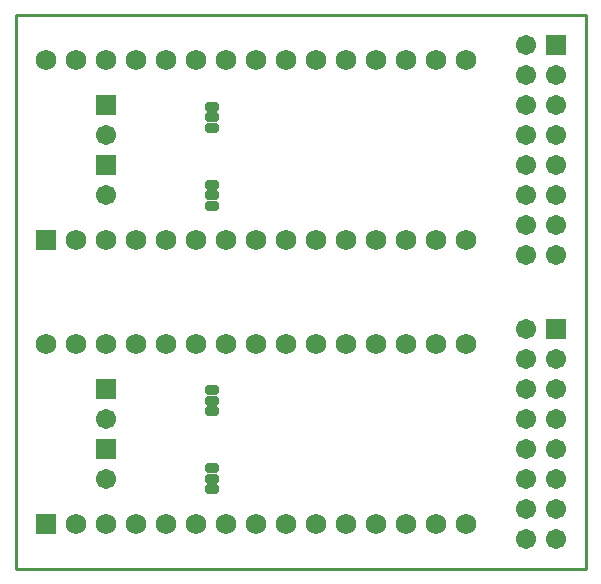
<source format=gbs>
%FSDAX24Y24*%
%MOMM*%
%SFA1B1*%

%IPPOS*%
%AMD34*
4,1,8,-0.601980,0.160020,-0.601980,-0.160020,-0.337820,-0.424180,0.337820,-0.424180,0.601980,-0.160020,0.601980,0.160020,0.337820,0.424180,-0.337820,0.424180,-0.601980,0.160020,0.0*
1,1,0.526000,-0.337820,0.160020*
1,1,0.526000,-0.337820,-0.160020*
1,1,0.526000,0.337820,-0.160020*
1,1,0.526000,0.337820,0.160020*
%
%ADD15C,0.253999*%
%ADD30R,1.702997X1.702997*%
%ADD31C,1.702997*%
%ADD32R,1.726997X1.726997*%
%ADD33C,1.726997*%
G04~CAMADD=34~8~0.0~0.0~333.9~473.6~103.5~0.0~15~0.0~0.0~0.0~0.0~0~0.0~0.0~0.0~0.0~0~0.0~0.0~0.0~90.0~474.0~334.0*
%ADD34D34*%
%LN_4x40lcd_arduino_nano_piggyboard_(rev1.4)_-_2xpanel-1*%
%LPD*%
G54D15*
X254000Y254000D02*
X736600D01*
X254000Y722599D02*
X736600D01*
Y254000D02*
Y722599D01*
X254000Y254000D02*
Y722599D01*
G54D30*
X330200Y406400D03*
X711200Y457200D03*
X330200Y355600D03*
Y646399D03*
X711200Y697199D03*
X330200Y595599D03*
G54D31*
X330200Y381000D03*
X685800Y279400D03*
X711200D03*
X685800Y304800D03*
X711200D03*
X685800Y330200D03*
X711200D03*
X685800Y355600D03*
X711200D03*
X685800Y381000D03*
X711200D03*
X685800Y406400D03*
X711200D03*
X685800Y431800D03*
X711200D03*
X685800Y457200D03*
X330200Y330200D03*
Y620999D03*
X685800Y519399D03*
X711200D03*
X685800Y544799D03*
X711200D03*
X685800Y570199D03*
X711200D03*
X685800Y595599D03*
X711200D03*
X685800Y620999D03*
X711200D03*
X685800Y646399D03*
X711200D03*
X685800Y671799D03*
X711200D03*
X685800Y697199D03*
X330200Y570199D03*
G54D32*
X279400Y292100D03*
Y532099D03*
G54D33*
X304800Y292100D03*
X330200D03*
X355600D03*
X381000D03*
X406400D03*
X431800D03*
X457200D03*
X482600D03*
X508000D03*
X533400D03*
X558800D03*
X584200D03*
X609600D03*
X635000D03*
Y444500D03*
X609600D03*
X584200D03*
X558800D03*
X533400D03*
X508000D03*
X482600D03*
X457200D03*
X431800D03*
X406400D03*
X381000D03*
X355600D03*
X330200D03*
X304800D03*
X279400D03*
X304800Y532099D03*
X330200D03*
X355600D03*
X381000D03*
X406400D03*
X431800D03*
X457200D03*
X482600D03*
X508000D03*
X533400D03*
X558800D03*
X584200D03*
X609600D03*
X635000D03*
Y684499D03*
X609600D03*
X584200D03*
X558800D03*
X533400D03*
X508000D03*
X482600D03*
X457200D03*
X431800D03*
X406400D03*
X381000D03*
X355600D03*
X330200D03*
X304800D03*
X279400D03*
G54D34*
X420370Y396240D03*
Y387350D03*
Y405130D03*
Y330200D03*
Y339090D03*
Y321310D03*
Y636239D03*
Y627349D03*
Y645129D03*
Y570199D03*
Y579089D03*
Y561309D03*
M02*
</source>
